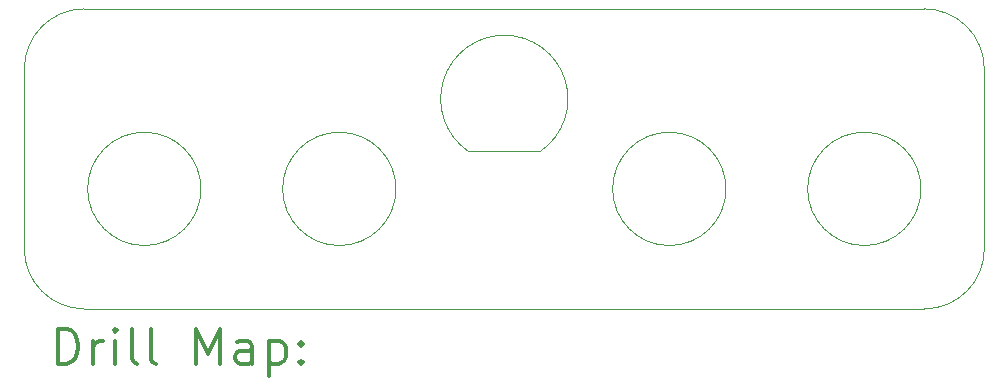
<source format=gbr>
%FSLAX45Y45*%
G04 Gerber Fmt 4.5, Leading zero omitted, Abs format (unit mm)*
G04 Created by KiCad (PCBNEW 5.1.10-88a1d61d58~88~ubuntu20.04.1) date 2021-06-29 16:33:35*
%MOMM*%
%LPD*%
G01*
G04 APERTURE LIST*
%TA.AperFunction,Profile*%
%ADD10C,0.050000*%
%TD*%
%ADD11C,0.200000*%
%ADD12C,0.300000*%
G04 APERTURE END LIST*
D10*
X11379200Y-4762500D02*
G75*
G02*
X11988800Y-4762500I304800J444500D01*
G01*
X11988800Y-4762500D02*
X11379200Y-4762500D01*
X13561000Y-5080000D02*
G75*
G03*
X13561000Y-5080000I-480000J0D01*
G01*
X15212000Y-5080000D02*
G75*
G03*
X15212000Y-5080000I-480000J0D01*
G01*
X10767000Y-5080000D02*
G75*
G03*
X10767000Y-5080000I-480000J0D01*
G01*
X9116000Y-5080000D02*
G75*
G03*
X9116000Y-5080000I-480000J0D01*
G01*
X15240000Y-3556000D02*
G75*
G02*
X15748000Y-4064000I0J-508000D01*
G01*
X15748000Y-5588000D02*
G75*
G02*
X15240000Y-6096000I-508000J0D01*
G01*
X8128000Y-6096000D02*
G75*
G02*
X7620000Y-5588000I0J508000D01*
G01*
X7620000Y-4064000D02*
G75*
G02*
X8128000Y-3556000I508000J0D01*
G01*
X15240000Y-3556000D02*
X8128000Y-3556000D01*
X15748000Y-5588000D02*
X15748000Y-4064000D01*
X8128000Y-6096000D02*
X15240000Y-6096000D01*
X7620000Y-4064000D02*
X7620000Y-5588000D01*
D11*
D12*
X7903928Y-6564214D02*
X7903928Y-6264214D01*
X7975357Y-6264214D01*
X8018214Y-6278500D01*
X8046786Y-6307071D01*
X8061071Y-6335643D01*
X8075357Y-6392786D01*
X8075357Y-6435643D01*
X8061071Y-6492786D01*
X8046786Y-6521357D01*
X8018214Y-6549929D01*
X7975357Y-6564214D01*
X7903928Y-6564214D01*
X8203928Y-6564214D02*
X8203928Y-6364214D01*
X8203928Y-6421357D02*
X8218214Y-6392786D01*
X8232500Y-6378500D01*
X8261071Y-6364214D01*
X8289643Y-6364214D01*
X8389643Y-6564214D02*
X8389643Y-6364214D01*
X8389643Y-6264214D02*
X8375357Y-6278500D01*
X8389643Y-6292786D01*
X8403928Y-6278500D01*
X8389643Y-6264214D01*
X8389643Y-6292786D01*
X8575357Y-6564214D02*
X8546786Y-6549929D01*
X8532500Y-6521357D01*
X8532500Y-6264214D01*
X8732500Y-6564214D02*
X8703928Y-6549929D01*
X8689643Y-6521357D01*
X8689643Y-6264214D01*
X9075357Y-6564214D02*
X9075357Y-6264214D01*
X9175357Y-6478500D01*
X9275357Y-6264214D01*
X9275357Y-6564214D01*
X9546786Y-6564214D02*
X9546786Y-6407071D01*
X9532500Y-6378500D01*
X9503928Y-6364214D01*
X9446786Y-6364214D01*
X9418214Y-6378500D01*
X9546786Y-6549929D02*
X9518214Y-6564214D01*
X9446786Y-6564214D01*
X9418214Y-6549929D01*
X9403928Y-6521357D01*
X9403928Y-6492786D01*
X9418214Y-6464214D01*
X9446786Y-6449929D01*
X9518214Y-6449929D01*
X9546786Y-6435643D01*
X9689643Y-6364214D02*
X9689643Y-6664214D01*
X9689643Y-6378500D02*
X9718214Y-6364214D01*
X9775357Y-6364214D01*
X9803928Y-6378500D01*
X9818214Y-6392786D01*
X9832500Y-6421357D01*
X9832500Y-6507071D01*
X9818214Y-6535643D01*
X9803928Y-6549929D01*
X9775357Y-6564214D01*
X9718214Y-6564214D01*
X9689643Y-6549929D01*
X9961071Y-6535643D02*
X9975357Y-6549929D01*
X9961071Y-6564214D01*
X9946786Y-6549929D01*
X9961071Y-6535643D01*
X9961071Y-6564214D01*
X9961071Y-6378500D02*
X9975357Y-6392786D01*
X9961071Y-6407071D01*
X9946786Y-6392786D01*
X9961071Y-6378500D01*
X9961071Y-6407071D01*
M02*

</source>
